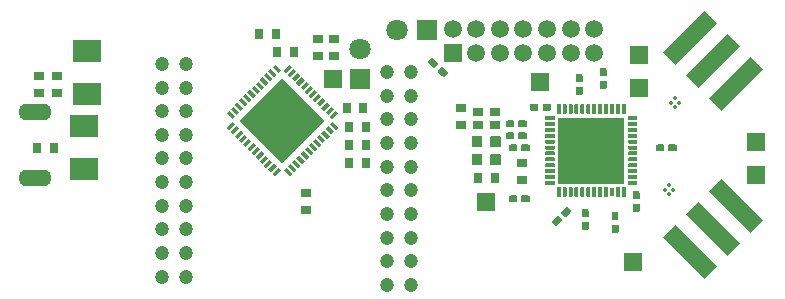
<source format=gbr>
%TF.GenerationSoftware,KiCad,Pcbnew,7.0.5*%
%TF.CreationDate,2024-09-10T19:27:24-04:00*%
%TF.ProjectId,PCB_PCB_OpenSuperHetv6PCB,5043425f-5043-4425-9f4f-70656e537570,rev?*%
%TF.SameCoordinates,Original*%
%TF.FileFunction,Paste,Top*%
%TF.FilePolarity,Positive*%
%FSLAX46Y46*%
G04 Gerber Fmt 4.6, Leading zero omitted, Abs format (unit mm)*
G04 Created by KiCad (PCBNEW 7.0.5) date 2024-09-10 19:27:24*
%MOMM*%
%LPD*%
G01*
G04 APERTURE LIST*
G04 Aperture macros list*
%AMRotRect*
0 Rectangle, with rotation*
0 The origin of the aperture is its center*
0 $1 length*
0 $2 width*
0 $3 Rotation angle, in degrees counterclockwise*
0 Add horizontal line*
21,1,$1,$2,0,0,$3*%
G04 Aperture macros list end*
%ADD10R,1.800000X1.800000*%
%ADD11C,1.800000*%
%ADD12C,1.200000*%
%ADD13R,0.806000X0.864000*%
%ADD14R,0.540000X0.790000*%
%ADD15RotRect,0.300000X0.300000X45.000000*%
%ADD16RotRect,0.250000X0.250000X45.000000*%
%ADD17R,1.575000X1.575000*%
%ADD18R,0.800000X0.900000*%
%ADD19R,0.900000X0.800000*%
%ADD20R,2.376000X1.900000*%
%ADD21RotRect,1.500000X5.000000X135.000000*%
%ADD22RotRect,0.300000X0.300000X135.000000*%
%ADD23RotRect,0.250000X0.250000X135.000000*%
%ADD24C,1.500000*%
%ADD25R,1.500000X1.500000*%
%ADD26RotRect,1.500000X5.000000X45.000000*%
%ADD27RotRect,0.280000X0.700000X135.000000*%
%ADD28RotRect,0.700000X0.280000X135.000000*%
%ADD29RotRect,5.100000X5.100000X135.000000*%
%ADD30R,0.790000X0.540000*%
%ADD31O,2.800000X1.400000*%
%ADD32RotRect,0.790000X0.540000X45.000000*%
%ADD33R,0.800000X0.300000*%
%ADD34R,0.300000X0.800000*%
%ADD35R,5.600000X5.600000*%
%ADD36RotRect,0.790000X0.540000X315.000000*%
G04 APERTURE END LIST*
%TO.C,R1*%
G36*
X40869000Y-27794000D02*
G01*
X40869000Y-28594000D01*
X40819000Y-28644000D01*
X40019000Y-28644000D01*
X39969000Y-28594000D01*
X39969000Y-28352000D01*
X40339000Y-28352000D01*
X40339000Y-28022000D01*
X39969000Y-28022000D01*
X39969000Y-27794000D01*
X40019000Y-27744000D01*
X40819000Y-27744000D01*
X40869000Y-27794000D01*
G37*
G36*
X39279000Y-27794000D02*
G01*
X39279000Y-28036000D01*
X38909000Y-28036000D01*
X38909000Y-28366000D01*
X39279000Y-28366000D01*
X39279000Y-28594000D01*
X39229000Y-28644000D01*
X38429000Y-28644000D01*
X38379000Y-28594000D01*
X38379000Y-27794000D01*
X38429000Y-27744000D01*
X39229000Y-27744000D01*
X39279000Y-27794000D01*
G37*
%TO.C,C9*%
G36*
X49805000Y-23110000D02*
G01*
X49805000Y-23590000D01*
X49755000Y-23640000D01*
X49305000Y-23640000D01*
X49255000Y-23590000D01*
X49255000Y-23110000D01*
X49305000Y-23040000D01*
X49755000Y-23040000D01*
X49805000Y-23110000D01*
G37*
G36*
X49805000Y-22130000D02*
G01*
X49805000Y-22610000D01*
X49755000Y-22680000D01*
X49305000Y-22680000D01*
X49255000Y-22610000D01*
X49255000Y-22130000D01*
X49305000Y-22080000D01*
X49755000Y-22080000D01*
X49805000Y-22130000D01*
G37*
%TO.C,C1*%
G36*
X52599000Y-33524000D02*
G01*
X52599000Y-34004000D01*
X52549000Y-34054000D01*
X52099000Y-34054000D01*
X52049000Y-34004000D01*
X52049000Y-33524000D01*
X52099000Y-33454000D01*
X52549000Y-33454000D01*
X52599000Y-33524000D01*
G37*
G36*
X52599000Y-32544000D02*
G01*
X52599000Y-33024000D01*
X52549000Y-33094000D01*
X52099000Y-33094000D01*
X52049000Y-33024000D01*
X52049000Y-32544000D01*
X52099000Y-32494000D01*
X52549000Y-32494000D01*
X52599000Y-32544000D01*
G37*
%TO.C,C10*%
G36*
X48281000Y-35048000D02*
G01*
X48281000Y-35528000D01*
X48231000Y-35578000D01*
X47781000Y-35578000D01*
X47731000Y-35528000D01*
X47731000Y-35048000D01*
X47781000Y-34978000D01*
X48231000Y-34978000D01*
X48281000Y-35048000D01*
G37*
G36*
X48281000Y-34068000D02*
G01*
X48281000Y-34548000D01*
X48231000Y-34618000D01*
X47781000Y-34618000D01*
X47731000Y-34548000D01*
X47731000Y-34068000D01*
X47781000Y-34018000D01*
X48231000Y-34018000D01*
X48281000Y-34068000D01*
G37*
%TO.C,C8*%
G36*
X50821000Y-35302000D02*
G01*
X50821000Y-35782000D01*
X50771000Y-35832000D01*
X50321000Y-35832000D01*
X50271000Y-35782000D01*
X50271000Y-35302000D01*
X50321000Y-35232000D01*
X50771000Y-35232000D01*
X50821000Y-35302000D01*
G37*
%TO.C,U1*%
G36*
X18329977Y-26746926D02*
G01*
X17835002Y-27241901D01*
X17637012Y-27043911D01*
X18131987Y-26548936D01*
X18329977Y-26746926D01*
G37*
G36*
X18683530Y-27100479D02*
G01*
X18188555Y-27595454D01*
X17990565Y-27397464D01*
X18485540Y-26902489D01*
X18683530Y-27100479D01*
G37*
G36*
X27066281Y-25788796D02*
G01*
X26571306Y-26283771D01*
X26373316Y-26085781D01*
X26868291Y-25590806D01*
X27066281Y-25788796D01*
G37*
G36*
X23177194Y-30932291D02*
G01*
X22979204Y-31130281D01*
X22484229Y-30635306D01*
X22682219Y-30437316D01*
X23177194Y-30932291D01*
G37*
G36*
X24237854Y-29871631D02*
G01*
X24039864Y-30069621D01*
X23544889Y-29574646D01*
X23742879Y-29376656D01*
X24237854Y-29871631D01*
G37*
G36*
X24944961Y-23667476D02*
G01*
X24449986Y-24162451D01*
X24251996Y-23964461D01*
X24746971Y-23469486D01*
X24944961Y-23667476D01*
G37*
G36*
X25236996Y-26416000D02*
G01*
X22352000Y-29300996D01*
X19467004Y-26416000D01*
X22352000Y-23531004D01*
X25236996Y-26416000D01*
G37*
G36*
X20097744Y-24317307D02*
G01*
X19899754Y-24515297D01*
X19404779Y-24020322D01*
X19602769Y-23822332D01*
X20097744Y-24317307D01*
G37*
G36*
X20804850Y-23610200D02*
G01*
X20606860Y-23808190D01*
X20111886Y-23313215D01*
X20309876Y-23115226D01*
X20804850Y-23610200D01*
G37*
G36*
X18683530Y-25731521D02*
G01*
X18485540Y-25929511D01*
X17990565Y-25434536D01*
X18188555Y-25236546D01*
X18683530Y-25731521D01*
G37*
G36*
X23530747Y-22253262D02*
G01*
X23035772Y-22748237D01*
X22837782Y-22550247D01*
X23332757Y-22055272D01*
X23530747Y-22253262D01*
G37*
G36*
X26005621Y-24728136D02*
G01*
X25510646Y-25223111D01*
X25312656Y-25025121D01*
X25807631Y-24530146D01*
X26005621Y-24728136D01*
G37*
G36*
X20451297Y-23963754D02*
G01*
X20253307Y-24161744D01*
X19758332Y-23666769D01*
X19956322Y-23468779D01*
X20451297Y-23963754D01*
G37*
G36*
X23530747Y-30578738D02*
G01*
X23332757Y-30776728D01*
X22837782Y-30281753D01*
X23035772Y-30083763D01*
X23530747Y-30578738D01*
G37*
G36*
X18329977Y-26085074D02*
G01*
X18131987Y-26283064D01*
X17637012Y-25788089D01*
X17835002Y-25590099D01*
X18329977Y-26085074D01*
G37*
G36*
X20451297Y-28868246D02*
G01*
X19956322Y-29363221D01*
X19758332Y-29165231D01*
X20253307Y-28670256D01*
X20451297Y-28868246D01*
G37*
G36*
X19390637Y-27807586D02*
G01*
X18895662Y-28302561D01*
X18697672Y-28104571D01*
X19192647Y-27609596D01*
X19390637Y-27807586D01*
G37*
G36*
X21865511Y-30282460D02*
G01*
X21370536Y-30777435D01*
X21172546Y-30579445D01*
X21667521Y-30084470D01*
X21865511Y-30282460D01*
G37*
G36*
X21511957Y-29928906D02*
G01*
X21016982Y-30423881D01*
X20818992Y-30225891D01*
X21313967Y-29730917D01*
X21511957Y-29928906D01*
G37*
G36*
X20097744Y-28514693D02*
G01*
X19602769Y-29009668D01*
X19404779Y-28811678D01*
X19899754Y-28316703D01*
X20097744Y-28514693D01*
G37*
G36*
X19037083Y-27454033D02*
G01*
X18542109Y-27949008D01*
X18344119Y-27751018D01*
X18839094Y-27256043D01*
X19037083Y-27454033D01*
G37*
G36*
X19390637Y-25024414D02*
G01*
X19192647Y-25222404D01*
X18697672Y-24727429D01*
X18895662Y-24529439D01*
X19390637Y-25024414D01*
G37*
G36*
X21158404Y-29575353D02*
G01*
X20663429Y-30070328D01*
X20465439Y-29872338D01*
X20960414Y-29377363D01*
X21158404Y-29575353D01*
G37*
G36*
X25298514Y-24021029D02*
G01*
X24803539Y-24516004D01*
X24605549Y-24318014D01*
X25100524Y-23823039D01*
X25298514Y-24021029D01*
G37*
G36*
X24944961Y-29164524D02*
G01*
X24746971Y-29362514D01*
X24251996Y-28867539D01*
X24449986Y-28669549D01*
X24944961Y-29164524D01*
G37*
G36*
X22219064Y-22195987D02*
G01*
X22021074Y-22393977D01*
X21526099Y-21899002D01*
X21724089Y-21701012D01*
X22219064Y-22195987D01*
G37*
G36*
X26005621Y-28103864D02*
G01*
X25807631Y-28301854D01*
X25312656Y-27806879D01*
X25510646Y-27608889D01*
X26005621Y-28103864D01*
G37*
G36*
X21865511Y-22549540D02*
G01*
X21667521Y-22747530D01*
X21172546Y-22252555D01*
X21370536Y-22054565D01*
X21865511Y-22549540D01*
G37*
G36*
X26359174Y-25081690D02*
G01*
X25864199Y-25576664D01*
X25666209Y-25378674D01*
X26161184Y-24883700D01*
X26359174Y-25081690D01*
G37*
G36*
X19744190Y-24670860D02*
G01*
X19546200Y-24868850D01*
X19051226Y-24373876D01*
X19249215Y-24175886D01*
X19744190Y-24670860D01*
G37*
G36*
X25298514Y-28810971D02*
G01*
X25100524Y-29008961D01*
X24605549Y-28513986D01*
X24803539Y-28315996D01*
X25298514Y-28810971D01*
G37*
G36*
X21158404Y-23256647D02*
G01*
X20960414Y-23454637D01*
X20465439Y-22959662D01*
X20663429Y-22761672D01*
X21158404Y-23256647D01*
G37*
G36*
X23884300Y-30225184D02*
G01*
X23686310Y-30423174D01*
X23191336Y-29928199D01*
X23389326Y-29730209D01*
X23884300Y-30225184D01*
G37*
G36*
X26359174Y-27750310D02*
G01*
X26161184Y-27948300D01*
X25666209Y-27453326D01*
X25864199Y-27255336D01*
X26359174Y-27750310D01*
G37*
G36*
X22219064Y-30636013D02*
G01*
X21724089Y-31130988D01*
X21526099Y-30932998D01*
X22021074Y-30438023D01*
X22219064Y-30636013D01*
G37*
G36*
X21511957Y-22903094D02*
G01*
X21313967Y-23101083D01*
X20818992Y-22606109D01*
X21016982Y-22408119D01*
X21511957Y-22903094D01*
G37*
G36*
X26712728Y-25435243D02*
G01*
X26217753Y-25930218D01*
X26019763Y-25732228D01*
X26514738Y-25237253D01*
X26712728Y-25435243D01*
G37*
G36*
X19744190Y-28161140D02*
G01*
X19249215Y-28656114D01*
X19051226Y-28458124D01*
X19546200Y-27963150D01*
X19744190Y-28161140D01*
G37*
G36*
X27066281Y-27043204D02*
G01*
X26868291Y-27241194D01*
X26373316Y-26746219D01*
X26571306Y-26548229D01*
X27066281Y-27043204D01*
G37*
G36*
X23884300Y-22606816D02*
G01*
X23389326Y-23101791D01*
X23191336Y-22903801D01*
X23686310Y-22408826D01*
X23884300Y-22606816D01*
G37*
G36*
X20804850Y-29221800D02*
G01*
X20309876Y-29716774D01*
X20111886Y-29518785D01*
X20606860Y-29023810D01*
X20804850Y-29221800D01*
G37*
G36*
X25652067Y-28457417D02*
G01*
X25454077Y-28655407D01*
X24959103Y-28160432D01*
X25157093Y-27962443D01*
X25652067Y-28457417D01*
G37*
G36*
X24237854Y-22960369D02*
G01*
X23742879Y-23455344D01*
X23544889Y-23257354D01*
X24039864Y-22762379D01*
X24237854Y-22960369D01*
G37*
G36*
X24591407Y-29518077D02*
G01*
X24393417Y-29716067D01*
X23898443Y-29221093D01*
X24096432Y-29023103D01*
X24591407Y-29518077D01*
G37*
G36*
X26712728Y-27396757D02*
G01*
X26514738Y-27594747D01*
X26019763Y-27099772D01*
X26217753Y-26901782D01*
X26712728Y-27396757D01*
G37*
G36*
X23177194Y-21899709D02*
G01*
X22682219Y-22394684D01*
X22484229Y-22196694D01*
X22979204Y-21701719D01*
X23177194Y-21899709D01*
G37*
G36*
X19037083Y-25377967D02*
G01*
X18839094Y-25575957D01*
X18344119Y-25080982D01*
X18542109Y-24882992D01*
X19037083Y-25377967D01*
G37*
G36*
X25652067Y-24374583D02*
G01*
X25157093Y-24869557D01*
X24959103Y-24671568D01*
X25454077Y-24176593D01*
X25652067Y-24374583D01*
G37*
%TO.C,C4*%
G36*
X41984000Y-27461000D02*
G01*
X41984000Y-27911000D01*
X41914000Y-27961000D01*
X41434000Y-27961000D01*
X41384000Y-27911000D01*
X41384000Y-27461000D01*
X41434000Y-27411000D01*
X41914000Y-27411000D01*
X41984000Y-27461000D01*
G37*
G36*
X42944000Y-27461000D02*
G01*
X42944000Y-27911000D01*
X42894000Y-27961000D01*
X42414000Y-27961000D01*
X42344000Y-27911000D01*
X42344000Y-27461000D01*
X42414000Y-27411000D01*
X42894000Y-27411000D01*
X42944000Y-27461000D01*
G37*
%TO.C,C12*%
G36*
X46005820Y-34830378D02*
G01*
X45991678Y-34915231D01*
X45652266Y-35254642D01*
X45581556Y-35254642D01*
X45263358Y-34936444D01*
X45263358Y-34865734D01*
X45602769Y-34526322D01*
X45687622Y-34512180D01*
X46005820Y-34830378D01*
G37*
G36*
X46684642Y-34151556D02*
G01*
X46684642Y-34222266D01*
X46345231Y-34561678D01*
X46260378Y-34575820D01*
X45942180Y-34257622D01*
X45956322Y-34172769D01*
X46295734Y-33833358D01*
X46366444Y-33833358D01*
X46684642Y-34151556D01*
G37*
%TO.C,C5*%
G36*
X42238000Y-28477000D02*
G01*
X42238000Y-28927000D01*
X42168000Y-28977000D01*
X41688000Y-28977000D01*
X41638000Y-28927000D01*
X41638000Y-28477000D01*
X41688000Y-28427000D01*
X42168000Y-28427000D01*
X42238000Y-28477000D01*
G37*
G36*
X43198000Y-28477000D02*
G01*
X43198000Y-28927000D01*
X43148000Y-28977000D01*
X42668000Y-28977000D01*
X42598000Y-28927000D01*
X42598000Y-28477000D01*
X42668000Y-28427000D01*
X43148000Y-28427000D01*
X43198000Y-28477000D01*
G37*
%TO.C,R2*%
G36*
X39279000Y-29318000D02*
G01*
X39279000Y-29560000D01*
X38909000Y-29560000D01*
X38909000Y-29890000D01*
X39279000Y-29890000D01*
X39279000Y-30118000D01*
X39229000Y-30168000D01*
X38429000Y-30168000D01*
X38379000Y-30118000D01*
X38379000Y-29318000D01*
X38429000Y-29268000D01*
X39229000Y-29268000D01*
X39279000Y-29318000D01*
G37*
G36*
X40869000Y-29318000D02*
G01*
X40869000Y-30118000D01*
X40819000Y-30168000D01*
X40019000Y-30168000D01*
X39969000Y-30118000D01*
X39969000Y-29876000D01*
X40339000Y-29876000D01*
X40339000Y-29546000D01*
X39969000Y-29546000D01*
X39969000Y-29318000D01*
X40019000Y-29268000D01*
X40819000Y-29268000D01*
X40869000Y-29318000D01*
G37*
%TO.C,C13*%
G36*
X55644000Y-28477000D02*
G01*
X55644000Y-28927000D01*
X55594000Y-28977000D01*
X55114000Y-28977000D01*
X55044000Y-28927000D01*
X55044000Y-28477000D01*
X55114000Y-28427000D01*
X55594000Y-28427000D01*
X55644000Y-28477000D01*
G37*
G36*
X54684000Y-28477000D02*
G01*
X54684000Y-28927000D01*
X54614000Y-28977000D01*
X54134000Y-28977000D01*
X54084000Y-28927000D01*
X54084000Y-28477000D01*
X54134000Y-28427000D01*
X54614000Y-28427000D01*
X54684000Y-28477000D01*
G37*
%TO.C,U5*%
G36*
X45414000Y-26357000D02*
G01*
X44614000Y-26357000D01*
X44614000Y-26057000D01*
X45414000Y-26057000D01*
X45414000Y-26357000D01*
G37*
G36*
X52414000Y-28356000D02*
G01*
X51614000Y-28356000D01*
X51614000Y-28056000D01*
X52414000Y-28056000D01*
X52414000Y-28356000D01*
G37*
G36*
X50414000Y-25855000D02*
G01*
X50114000Y-25855000D01*
X50114000Y-25055000D01*
X50414000Y-25055000D01*
X50414000Y-25855000D01*
G37*
G36*
X45414000Y-30855000D02*
G01*
X44614000Y-30855000D01*
X44614000Y-30555000D01*
X45414000Y-30555000D01*
X45414000Y-30855000D01*
G37*
G36*
X46415000Y-25855000D02*
G01*
X46115000Y-25855000D01*
X46115000Y-25055000D01*
X46415000Y-25055000D01*
X46415000Y-25855000D01*
G37*
G36*
X45414000Y-31355000D02*
G01*
X44614000Y-31355000D01*
X44614000Y-31055000D01*
X45414000Y-31055000D01*
X45414000Y-31355000D01*
G37*
G36*
X50914000Y-32855000D02*
G01*
X50614000Y-32855000D01*
X50614000Y-32055000D01*
X50914000Y-32055000D01*
X50914000Y-32855000D01*
G37*
G36*
X45414000Y-29855000D02*
G01*
X44614000Y-29855000D01*
X44614000Y-29555000D01*
X45414000Y-29555000D01*
X45414000Y-29855000D01*
G37*
G36*
X52414000Y-27355000D02*
G01*
X51614000Y-27355000D01*
X51614000Y-27055000D01*
X52414000Y-27055000D01*
X52414000Y-27355000D01*
G37*
G36*
X47914000Y-25855000D02*
G01*
X47615000Y-25855000D01*
X47615000Y-25055000D01*
X47914000Y-25055000D01*
X47914000Y-25855000D01*
G37*
G36*
X52414000Y-29855000D02*
G01*
X51614000Y-29855000D01*
X51614000Y-29555000D01*
X52414000Y-29555000D01*
X52414000Y-29855000D01*
G37*
G36*
X48415000Y-25855000D02*
G01*
X48115000Y-25855000D01*
X48115000Y-25055000D01*
X48415000Y-25055000D01*
X48415000Y-25855000D01*
G37*
G36*
X51415000Y-25855000D02*
G01*
X51115000Y-25855000D01*
X51115000Y-25055000D01*
X51415000Y-25055000D01*
X51415000Y-25855000D01*
G37*
G36*
X45414000Y-29356000D02*
G01*
X44614000Y-29356000D01*
X44614000Y-29056000D01*
X45414000Y-29056000D01*
X45414000Y-29356000D01*
G37*
G36*
X47414000Y-32855000D02*
G01*
X47114000Y-32855000D01*
X47114000Y-32055000D01*
X47414000Y-32055000D01*
X47414000Y-32855000D01*
G37*
G36*
X52414000Y-27855000D02*
G01*
X51614000Y-27855000D01*
X51614000Y-27555000D01*
X52414000Y-27555000D01*
X52414000Y-27855000D01*
G37*
G36*
X45414000Y-28856000D02*
G01*
X44614000Y-28856000D01*
X44614000Y-28556000D01*
X45414000Y-28556000D01*
X45414000Y-28856000D01*
G37*
G36*
X46914000Y-25855000D02*
G01*
X46614000Y-25855000D01*
X46614000Y-25055000D01*
X46914000Y-25055000D01*
X46914000Y-25855000D01*
G37*
G36*
X46914000Y-32855000D02*
G01*
X46614000Y-32855000D01*
X46614000Y-32055000D01*
X46914000Y-32055000D01*
X46914000Y-32855000D01*
G37*
G36*
X48915000Y-32855000D02*
G01*
X48615000Y-32855000D01*
X48615000Y-32055000D01*
X48915000Y-32055000D01*
X48915000Y-32855000D01*
G37*
G36*
X49414000Y-25855000D02*
G01*
X49114000Y-25855000D01*
X49114000Y-25055000D01*
X49414000Y-25055000D01*
X49414000Y-25855000D01*
G37*
G36*
X49915000Y-25855000D02*
G01*
X49615000Y-25855000D01*
X49615000Y-25055000D01*
X49915000Y-25055000D01*
X49915000Y-25855000D01*
G37*
G36*
X45414000Y-26856000D02*
G01*
X44614000Y-26856000D01*
X44614000Y-26556000D01*
X45414000Y-26556000D01*
X45414000Y-26856000D01*
G37*
G36*
X45916000Y-32855000D02*
G01*
X45615000Y-32855000D01*
X45615000Y-32055000D01*
X45916000Y-32055000D01*
X45916000Y-32855000D01*
G37*
G36*
X52414000Y-29356000D02*
G01*
X51614000Y-29356000D01*
X51614000Y-29056000D01*
X52414000Y-29056000D01*
X52414000Y-29356000D01*
G37*
G36*
X48915000Y-25855000D02*
G01*
X48615000Y-25855000D01*
X48615000Y-25055000D01*
X48915000Y-25055000D01*
X48915000Y-25855000D01*
G37*
G36*
X50754000Y-31196000D02*
G01*
X46274000Y-31196000D01*
X46274000Y-26716000D01*
X50754000Y-26716000D01*
X50754000Y-31196000D01*
G37*
G36*
X52414000Y-30855000D02*
G01*
X51614000Y-30855000D01*
X51614000Y-30555000D01*
X52414000Y-30555000D01*
X52414000Y-30855000D01*
G37*
G36*
X52414000Y-30356000D02*
G01*
X51614000Y-30356000D01*
X51614000Y-30056000D01*
X52414000Y-30056000D01*
X52414000Y-30356000D01*
G37*
G36*
X49414000Y-32855000D02*
G01*
X49114000Y-32855000D01*
X49114000Y-32055000D01*
X49414000Y-32055000D01*
X49414000Y-32855000D01*
G37*
G36*
X52414000Y-31355000D02*
G01*
X51614000Y-31355000D01*
X51614000Y-31055000D01*
X52414000Y-31055000D01*
X52414000Y-31355000D01*
G37*
G36*
X52414000Y-28856000D02*
G01*
X51614000Y-28856000D01*
X51614000Y-28556000D01*
X52414000Y-28556000D01*
X52414000Y-28856000D01*
G37*
G36*
X48415000Y-32855000D02*
G01*
X48115000Y-32855000D01*
X48115000Y-32055000D01*
X48415000Y-32055000D01*
X48415000Y-32855000D01*
G37*
G36*
X46415000Y-32855000D02*
G01*
X46115000Y-32855000D01*
X46115000Y-32055000D01*
X46415000Y-32055000D01*
X46415000Y-32855000D01*
G37*
G36*
X47915000Y-32855000D02*
G01*
X47614000Y-32855000D01*
X47614000Y-32055000D01*
X47915000Y-32055000D01*
X47915000Y-32855000D01*
G37*
G36*
X45414000Y-27355000D02*
G01*
X44614000Y-27355000D01*
X44614000Y-27055000D01*
X45414000Y-27055000D01*
X45414000Y-27355000D01*
G37*
G36*
X52414000Y-31856000D02*
G01*
X51614000Y-31856000D01*
X51614000Y-31556000D01*
X52414000Y-31556000D01*
X52414000Y-31856000D01*
G37*
G36*
X51415000Y-32855000D02*
G01*
X51115000Y-32855000D01*
X51115000Y-32055000D01*
X51415000Y-32055000D01*
X51415000Y-32855000D01*
G37*
G36*
X45414000Y-27855000D02*
G01*
X44614000Y-27855000D01*
X44614000Y-27555000D01*
X45414000Y-27555000D01*
X45414000Y-27855000D01*
G37*
G36*
X45414000Y-28356000D02*
G01*
X44614000Y-28356000D01*
X44614000Y-28055000D01*
X45414000Y-28055000D01*
X45414000Y-28356000D01*
G37*
G36*
X47414000Y-25855000D02*
G01*
X47114000Y-25855000D01*
X47114000Y-25055000D01*
X47414000Y-25055000D01*
X47414000Y-25855000D01*
G37*
G36*
X52414000Y-26357000D02*
G01*
X51614000Y-26357000D01*
X51614000Y-26057000D01*
X52414000Y-26057000D01*
X52414000Y-26357000D01*
G37*
G36*
X50914000Y-25855000D02*
G01*
X50614000Y-25855000D01*
X50614000Y-25055000D01*
X50914000Y-25055000D01*
X50914000Y-25855000D01*
G37*
G36*
X52414000Y-26856000D02*
G01*
X51614000Y-26856000D01*
X51614000Y-26556000D01*
X52414000Y-26556000D01*
X52414000Y-26856000D01*
G37*
G36*
X45414000Y-30356000D02*
G01*
X44614000Y-30356000D01*
X44614000Y-30056000D01*
X45414000Y-30056000D01*
X45414000Y-30356000D01*
G37*
G36*
X49915000Y-32855000D02*
G01*
X49615000Y-32855000D01*
X49615000Y-32055000D01*
X49915000Y-32055000D01*
X49915000Y-32855000D01*
G37*
G36*
X45414000Y-31856000D02*
G01*
X44614000Y-31856000D01*
X44614000Y-31556000D01*
X45414000Y-31556000D01*
X45414000Y-31856000D01*
G37*
G36*
X45916000Y-25855000D02*
G01*
X45615000Y-25855000D01*
X45615000Y-25055000D01*
X45916000Y-25055000D01*
X45916000Y-25855000D01*
G37*
%TO.C,C6*%
G36*
X44041723Y-25076875D02*
G01*
X44041723Y-25526875D01*
X43971723Y-25576875D01*
X43491723Y-25576875D01*
X43441723Y-25526875D01*
X43441723Y-25076875D01*
X43491723Y-25026875D01*
X43971723Y-25026875D01*
X44041723Y-25076875D01*
G37*
G36*
X45001723Y-25076875D02*
G01*
X45001723Y-25526875D01*
X44951723Y-25576875D01*
X44471723Y-25576875D01*
X44401723Y-25526875D01*
X44401723Y-25076875D01*
X44471723Y-25026875D01*
X44951723Y-25026875D01*
X45001723Y-25076875D01*
G37*
%TO.C,C3*%
G36*
X41984000Y-26445000D02*
G01*
X41984000Y-26895000D01*
X41914000Y-26945000D01*
X41434000Y-26945000D01*
X41384000Y-26895000D01*
X41384000Y-26445000D01*
X41434000Y-26395000D01*
X41914000Y-26395000D01*
X41984000Y-26445000D01*
G37*
G36*
X42944000Y-26445000D02*
G01*
X42944000Y-26895000D01*
X42894000Y-26945000D01*
X42414000Y-26945000D01*
X42344000Y-26895000D01*
X42344000Y-26445000D01*
X42414000Y-26395000D01*
X42894000Y-26395000D01*
X42944000Y-26445000D01*
G37*
%TO.C,C2*%
G36*
X43198000Y-32795000D02*
G01*
X43198000Y-33245000D01*
X43148000Y-33295000D01*
X42668000Y-33295000D01*
X42598000Y-33245000D01*
X42598000Y-32795000D01*
X42668000Y-32745000D01*
X43148000Y-32745000D01*
X43198000Y-32795000D01*
G37*
G36*
X42238000Y-32795000D02*
G01*
X42238000Y-33245000D01*
X42168000Y-33295000D01*
X41688000Y-33295000D01*
X41638000Y-33245000D01*
X41638000Y-32795000D01*
X41688000Y-32745000D01*
X42168000Y-32745000D01*
X42238000Y-32795000D01*
G37*
%TO.C,C7*%
G36*
X47773000Y-22638000D02*
G01*
X47773000Y-23118000D01*
X47723000Y-23188000D01*
X47273000Y-23188000D01*
X47223000Y-23118000D01*
X47223000Y-22638000D01*
X47273000Y-22588000D01*
X47723000Y-22588000D01*
X47773000Y-22638000D01*
G37*
G36*
X47773000Y-23618000D02*
G01*
X47773000Y-24098000D01*
X47723000Y-24148000D01*
X47273000Y-24148000D01*
X47223000Y-24098000D01*
X47223000Y-23618000D01*
X47273000Y-23548000D01*
X47723000Y-23548000D01*
X47773000Y-23618000D01*
G37*
%TO.C,C11*%
G36*
X35557462Y-21524613D02*
G01*
X35571604Y-21609466D01*
X35253406Y-21927664D01*
X35168553Y-21913522D01*
X34829142Y-21574110D01*
X34829142Y-21503400D01*
X35147340Y-21185202D01*
X35218050Y-21185202D01*
X35557462Y-21524613D01*
G37*
G36*
X35911015Y-21878166D02*
G01*
X36250426Y-22217578D01*
X36250426Y-22288288D01*
X35932228Y-22606486D01*
X35861518Y-22606486D01*
X35522106Y-22267075D01*
X35507964Y-22182222D01*
X35826162Y-21864024D01*
X35911015Y-21878166D01*
G37*
%TD*%
D10*
%TO.C,U7*%
X34616060Y-18787913D03*
D11*
X32076060Y-18787913D03*
%TD*%
D12*
%TO.C,U2*%
X33242000Y-22322000D03*
X31242000Y-22322000D03*
X33242000Y-24322000D03*
X31242000Y-24322000D03*
X33242000Y-26322000D03*
X31242000Y-26322000D03*
X33242000Y-28322000D03*
X31242000Y-28322000D03*
X33242000Y-30322000D03*
X31242000Y-30322000D03*
X33242000Y-32322000D03*
X31242000Y-32322000D03*
X33242000Y-34322000D03*
X31242000Y-34322000D03*
X33242000Y-36322000D03*
X31242000Y-36322000D03*
X33242000Y-38322000D03*
X31242000Y-38322000D03*
X33242000Y-40322000D03*
X31242000Y-40322000D03*
%TD*%
D13*
%TO.C,R1*%
X38871000Y-28194000D03*
X40377000Y-28194000D03*
%TD*%
D14*
%TO.C,C9*%
X49530000Y-22315000D03*
X49530000Y-23405000D03*
%TD*%
D15*
%TO.C,ANT_BALUN1*%
X55118000Y-32611553D03*
D16*
X55471553Y-32258000D03*
X55118000Y-31904447D03*
X54764447Y-32258000D03*
%TD*%
D17*
%TO.C,J2*%
X52070000Y-38354000D03*
%TD*%
D18*
%TO.C,C23*%
X40324000Y-31242000D03*
X38924000Y-31242000D03*
%TD*%
D14*
%TO.C,C1*%
X52324000Y-33819000D03*
X52324000Y-32729000D03*
%TD*%
D19*
%TO.C,C36*%
X3302000Y-22668000D03*
X3302000Y-24068000D03*
%TD*%
D20*
%TO.C,C16*%
X5842000Y-20553000D03*
X5842000Y-24151000D03*
%TD*%
D18*
%TO.C,C24*%
X28002000Y-29972000D03*
X29402000Y-29972000D03*
%TD*%
D21*
%TO.C,ANT_SMA2*%
X60745544Y-23280544D03*
X56856456Y-19391456D03*
X58801000Y-21336000D03*
%TD*%
D14*
%TO.C,C10*%
X48006000Y-35343000D03*
X48006000Y-34253000D03*
%TD*%
D17*
%TO.C,J7*%
X44196000Y-23114000D03*
%TD*%
D22*
%TO.C,ANT_BALUN2*%
X55979553Y-24892000D03*
D23*
X55626000Y-24538447D03*
X55272447Y-24892000D03*
X55626000Y-25245553D03*
%TD*%
D18*
%TO.C,C26*%
X20382000Y-19050000D03*
X21782000Y-19050000D03*
%TD*%
D20*
%TO.C,C15*%
X5588000Y-26903000D03*
X5588000Y-30501000D03*
%TD*%
D18*
%TO.C,C20*%
X28002000Y-28448000D03*
X29402000Y-28448000D03*
%TD*%
D24*
%TO.C,SYS_CTRL*%
X48768000Y-18688011D03*
X48768000Y-20688011D03*
X46768000Y-18688011D03*
X46768000Y-20688011D03*
X44768000Y-18688011D03*
X44768000Y-20688011D03*
X42768000Y-18688011D03*
X42768000Y-20688011D03*
X40768000Y-18688011D03*
X40768000Y-20688011D03*
X38768000Y-18688011D03*
X38768000Y-20688011D03*
X36768000Y-18688011D03*
D25*
X36768000Y-20688011D03*
%TD*%
D14*
%TO.C,C8*%
X50546000Y-35597000D03*
X50546000Y-34507000D03*
%TD*%
D19*
%TO.C,C21*%
X42629547Y-31434000D03*
X42629547Y-30034000D03*
%TD*%
D12*
%TO.C,U3*%
X14192000Y-21622000D03*
X12192000Y-21622000D03*
X14192000Y-23622000D03*
X12192000Y-23622000D03*
X14192000Y-25622000D03*
X12192000Y-25622000D03*
X14192000Y-27622000D03*
X12192000Y-27622000D03*
X14192000Y-29622000D03*
X12192000Y-29622000D03*
X14192000Y-31622000D03*
X12192000Y-31622000D03*
X14192000Y-33622000D03*
X12192000Y-33622000D03*
X14192000Y-35622000D03*
X12192000Y-35622000D03*
X14192000Y-37622000D03*
X12192000Y-37622000D03*
X14192000Y-39622000D03*
X12192000Y-39622000D03*
%TD*%
D17*
%TO.C,J6*%
X52578000Y-20828000D03*
%TD*%
D26*
%TO.C,ANT_SMA1*%
X56856456Y-37504544D03*
X60745544Y-33615456D03*
X58801000Y-35560000D03*
%TD*%
D27*
%TO.C,U1*%
X26719799Y-25937289D03*
X26366245Y-25583735D03*
X26012692Y-25230182D03*
X25659138Y-24876629D03*
X25305585Y-24523075D03*
X24952032Y-24169522D03*
X24598478Y-23815968D03*
X24244925Y-23462415D03*
X23891371Y-23108862D03*
X23537818Y-22755308D03*
X23184265Y-22401755D03*
X22830711Y-22048201D03*
D28*
X21872582Y-22047494D03*
X21519028Y-22401048D03*
X21165475Y-22754601D03*
X20811921Y-23108154D03*
X20458368Y-23461708D03*
X20104815Y-23815261D03*
X19751261Y-24168815D03*
X19397708Y-24522368D03*
X19044154Y-24875921D03*
X18690601Y-25229475D03*
X18337048Y-25583028D03*
X17983494Y-25936582D03*
D27*
X17984201Y-26894711D03*
X18337755Y-27248265D03*
X18691308Y-27601818D03*
X19044862Y-27955371D03*
X19398415Y-28308925D03*
X19751968Y-28662478D03*
X20105522Y-29016032D03*
X20459075Y-29369585D03*
X20812629Y-29723138D03*
X21166182Y-30076692D03*
X21519735Y-30430245D03*
X21873289Y-30783799D03*
D28*
X22830711Y-30783799D03*
X23184265Y-30430245D03*
X23537818Y-30076692D03*
X23891371Y-29723138D03*
X24244925Y-29369585D03*
X24598478Y-29016032D03*
X24952032Y-28662478D03*
X25305585Y-28308925D03*
X25659138Y-27955371D03*
X26012692Y-27601818D03*
X26366245Y-27248265D03*
X26719799Y-26894711D03*
D29*
X22352000Y-26416000D03*
%TD*%
D19*
%TO.C,C27*%
X24384000Y-33974000D03*
X24384000Y-32574000D03*
%TD*%
%TO.C,C14*%
X1778000Y-22668000D03*
X1778000Y-24068000D03*
%TD*%
%TO.C,X3*%
X40324000Y-25654000D03*
X38924000Y-25654000D03*
X38924000Y-26754000D03*
X40324000Y-26754000D03*
%TD*%
D17*
%TO.C,J3*%
X52578000Y-23622000D03*
%TD*%
%TO.C,J1*%
X62484000Y-30988000D03*
%TD*%
D18*
%TO.C,C35*%
X1586000Y-28702000D03*
X2986000Y-28702000D03*
%TD*%
D30*
%TO.C,C4*%
X41619000Y-27686000D03*
X42709000Y-27686000D03*
%TD*%
D18*
%TO.C,C19*%
X28002000Y-26924000D03*
X29402000Y-26924000D03*
%TD*%
D31*
%TO.C,DC1*%
X1438000Y-25711000D03*
X1438000Y-31311000D03*
%TD*%
D19*
%TO.C,C39*%
X26748965Y-19525577D03*
X26748965Y-20925577D03*
%TD*%
D32*
%TO.C,C12*%
X45588627Y-34929373D03*
X46359373Y-34158627D03*
%TD*%
D19*
%TO.C,C22*%
X37455374Y-25390280D03*
X37455374Y-26790280D03*
%TD*%
D10*
%TO.C,U6*%
X28956000Y-22860000D03*
D11*
X28956000Y-20320000D03*
%TD*%
D30*
%TO.C,C5*%
X42963000Y-28702000D03*
X41873000Y-28702000D03*
%TD*%
D17*
%TO.C,J5*%
X62484000Y-28194000D03*
%TD*%
D18*
%TO.C,C29*%
X21906000Y-20574000D03*
X23306000Y-20574000D03*
%TD*%
D19*
%TO.C,C41*%
X25386439Y-19521534D03*
X25386439Y-20921534D03*
%TD*%
D13*
%TO.C,R2*%
X38871000Y-29718000D03*
X40377000Y-29718000D03*
%TD*%
D30*
%TO.C,C13*%
X55409000Y-28702000D03*
X54319000Y-28702000D03*
%TD*%
D17*
%TO.C,CLK1*%
X26670000Y-22860000D03*
%TD*%
D33*
%TO.C,U5*%
X52014000Y-31706000D03*
X52014000Y-31205000D03*
X52014000Y-30705000D03*
X52014000Y-30206000D03*
X52014000Y-29706000D03*
X52014000Y-29206000D03*
X52014000Y-28706000D03*
X52014000Y-28206000D03*
X52014000Y-27705000D03*
X52014000Y-27205000D03*
X52014000Y-26706000D03*
X52014000Y-26207000D03*
D34*
X51265000Y-25455000D03*
X50765000Y-25455000D03*
X50264000Y-25455000D03*
X49764000Y-25455000D03*
X49264000Y-25455000D03*
X48764000Y-25455000D03*
X48265000Y-25455000D03*
X47764000Y-25455000D03*
X47264000Y-25455000D03*
X46764000Y-25455000D03*
X46263000Y-25455000D03*
X45763000Y-25455000D03*
D33*
X45014000Y-26207000D03*
X45014000Y-26706000D03*
X45014000Y-27205000D03*
X45014000Y-27705000D03*
X45014000Y-28206000D03*
X45014000Y-28706000D03*
X45014000Y-29206000D03*
X45014000Y-29706000D03*
X45014000Y-30206000D03*
X45014000Y-30705000D03*
X45014000Y-31205000D03*
X45014000Y-31706000D03*
D34*
X45763000Y-32455000D03*
X46263000Y-32455000D03*
X46764000Y-32455000D03*
X47264000Y-32455000D03*
X47764000Y-32455000D03*
X48264000Y-32455000D03*
X48764000Y-32455000D03*
X49264000Y-32455000D03*
X49764000Y-32455000D03*
X50264000Y-32455000D03*
X50765000Y-32455000D03*
X51265000Y-32455000D03*
D35*
X48514000Y-28956000D03*
%TD*%
D17*
%TO.C,J4*%
X39624000Y-33274000D03*
%TD*%
D30*
%TO.C,C6*%
X44766723Y-25301875D03*
X43676723Y-25301875D03*
%TD*%
%TO.C,C3*%
X42709000Y-26670000D03*
X41619000Y-26670000D03*
%TD*%
%TO.C,C2*%
X42963000Y-33020000D03*
X41873000Y-33020000D03*
%TD*%
D14*
%TO.C,C7*%
X47498000Y-23913000D03*
X47498000Y-22823000D03*
%TD*%
D36*
%TO.C,C11*%
X35154411Y-21510471D03*
X35925157Y-22281217D03*
%TD*%
D18*
%TO.C,C37*%
X29230592Y-25367821D03*
X27830592Y-25367821D03*
%TD*%
M02*

</source>
